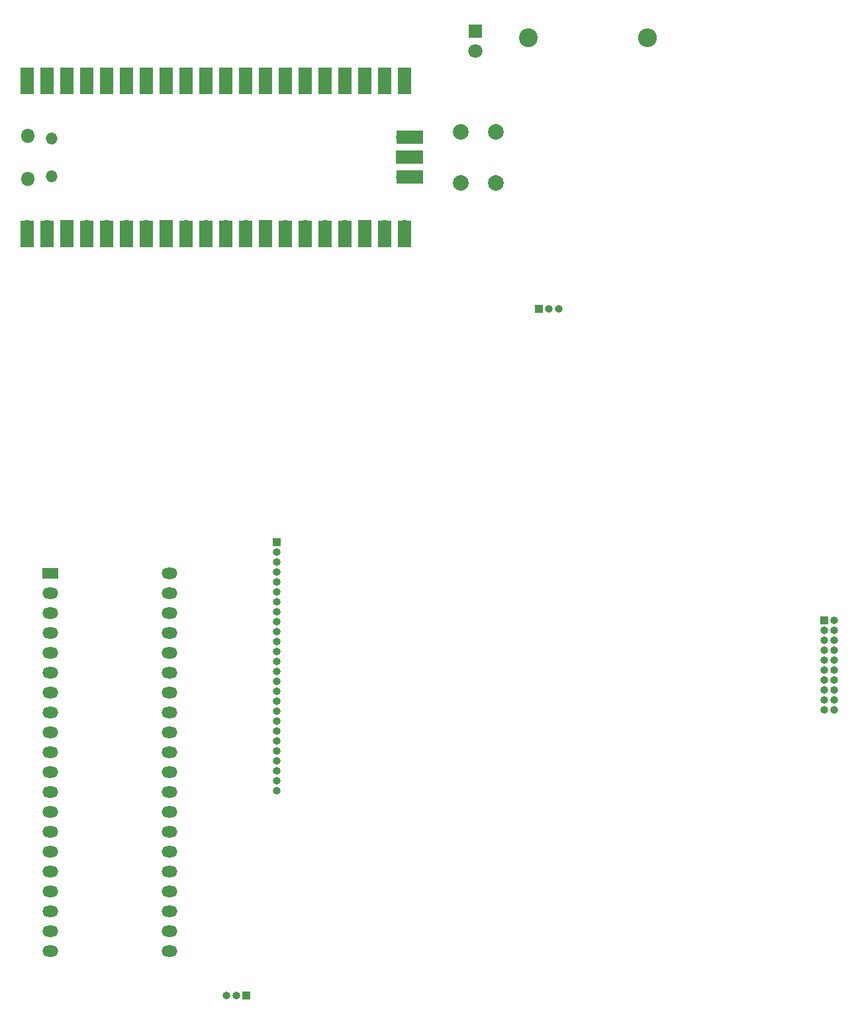
<source format=gbr>
%TF.GenerationSoftware,KiCad,Pcbnew,6.0.2+dfsg-1*%
%TF.CreationDate,2023-02-26T16:07:04-08:00*%
%TF.ProjectId,pico-devboard,7069636f-2d64-4657-9662-6f6172642e6b,rev?*%
%TF.SameCoordinates,Original*%
%TF.FileFunction,Soldermask,Top*%
%TF.FilePolarity,Negative*%
%FSLAX46Y46*%
G04 Gerber Fmt 4.6, Leading zero omitted, Abs format (unit mm)*
G04 Created by KiCad (PCBNEW 6.0.2+dfsg-1) date 2023-02-26 16:07:04*
%MOMM*%
%LPD*%
G01*
G04 APERTURE LIST*
%ADD10C,2.000000*%
%ADD11C,2.400000*%
%ADD12O,2.400000X2.400000*%
%ADD13O,1.000000X1.000000*%
%ADD14R,1.000000X1.000000*%
%ADD15R,1.800000X1.800000*%
%ADD16C,1.800000*%
%ADD17R,2.000000X1.440000*%
%ADD18O,2.000000X1.440000*%
%ADD19O,1.800000X1.800000*%
%ADD20O,1.500000X1.500000*%
%ADD21R,1.700000X3.500000*%
%ADD22O,1.700000X1.700000*%
%ADD23R,1.700000X1.700000*%
%ADD24R,3.500000X1.700000*%
G04 APERTURE END LIST*
D10*
%TO.C,SW1*%
X91730000Y-48450000D03*
X91730000Y-41950000D03*
X96230000Y-48450000D03*
X96230000Y-41950000D03*
%TD*%
D11*
%TO.C,R1*%
X100350000Y-29900000D03*
D12*
X115590000Y-29900000D03*
%TD*%
D13*
%TO.C,J3*%
X139445000Y-115805000D03*
X138175000Y-115805000D03*
X139445000Y-114535000D03*
X138175000Y-114535000D03*
X139445000Y-113265000D03*
X138175000Y-113265000D03*
X139445000Y-111995000D03*
X138175000Y-111995000D03*
X139445000Y-110725000D03*
X138175000Y-110725000D03*
X139445000Y-109455000D03*
X138175000Y-109455000D03*
X139445000Y-108185000D03*
X138175000Y-108185000D03*
X139445000Y-106915000D03*
X138175000Y-106915000D03*
X139445000Y-105645000D03*
X138175000Y-105645000D03*
X139445000Y-104375000D03*
D14*
X138175000Y-104375000D03*
%TD*%
D15*
%TO.C,D1*%
X93590000Y-29115000D03*
D16*
X93590000Y-31655000D03*
%TD*%
D14*
%TO.C,J5*%
X64270000Y-152300000D03*
D13*
X63000000Y-152300000D03*
X61730000Y-152300000D03*
%TD*%
D17*
%TO.C,J4*%
X39207500Y-98310000D03*
D18*
X39207500Y-100850000D03*
X39207500Y-103390000D03*
X39207500Y-105930000D03*
X39207500Y-108470000D03*
X39207500Y-111010000D03*
X39207500Y-113550000D03*
X39207500Y-116090000D03*
X39207500Y-118630000D03*
X39207500Y-121170000D03*
X39207500Y-123710000D03*
X39207500Y-126250000D03*
X39207500Y-128790000D03*
X39207500Y-131330000D03*
X39207500Y-133870000D03*
X39207500Y-136410000D03*
X39207500Y-138950000D03*
X39207500Y-141490000D03*
X39207500Y-144030000D03*
X39207500Y-146570000D03*
X54447500Y-146570000D03*
X54447500Y-144030000D03*
X54447500Y-141490000D03*
X54447500Y-138950000D03*
X54447500Y-136410000D03*
X54447500Y-133870000D03*
X54447500Y-131330000D03*
X54447500Y-128790000D03*
X54447500Y-126250000D03*
X54447500Y-123710000D03*
X54447500Y-121170000D03*
X54447500Y-118630000D03*
X54447500Y-116090000D03*
X54447500Y-113550000D03*
X54447500Y-111010000D03*
X54447500Y-108470000D03*
X54447500Y-105930000D03*
X54447500Y-103390000D03*
X54447500Y-100850000D03*
X54447500Y-98310000D03*
%TD*%
D14*
%TO.C,J2*%
X68200000Y-94325000D03*
D13*
X68200000Y-95595000D03*
X68200000Y-96865000D03*
X68200000Y-98135000D03*
X68200000Y-99405000D03*
X68200000Y-100675000D03*
X68200000Y-101945000D03*
X68200000Y-103215000D03*
X68200000Y-104485000D03*
X68200000Y-105755000D03*
X68200000Y-107025000D03*
X68200000Y-108295000D03*
X68200000Y-109565000D03*
X68200000Y-110835000D03*
X68200000Y-112105000D03*
X68200000Y-113375000D03*
X68200000Y-114645000D03*
X68200000Y-115915000D03*
X68200000Y-117185000D03*
X68200000Y-118455000D03*
X68200000Y-119725000D03*
X68200000Y-120995000D03*
X68200000Y-122265000D03*
X68200000Y-123535000D03*
X68200000Y-124805000D03*
X68200000Y-126075000D03*
%TD*%
%TO.C,J1*%
X104275000Y-64600000D03*
X103005000Y-64600000D03*
D14*
X101735000Y-64600000D03*
%TD*%
D19*
%TO.C,U1*%
X36400000Y-47925000D03*
D20*
X39430000Y-42775000D03*
D19*
X36400000Y-42475000D03*
D20*
X39430000Y-47625000D03*
D21*
X36270000Y-54990000D03*
D22*
X36270000Y-54090000D03*
X38810000Y-54090000D03*
D21*
X38810000Y-54990000D03*
X41350000Y-54990000D03*
D23*
X41350000Y-54090000D03*
D22*
X43890000Y-54090000D03*
D21*
X43890000Y-54990000D03*
D22*
X46430000Y-54090000D03*
D21*
X46430000Y-54990000D03*
X48970000Y-54990000D03*
D22*
X48970000Y-54090000D03*
D21*
X51510000Y-54990000D03*
D22*
X51510000Y-54090000D03*
D23*
X54050000Y-54090000D03*
D21*
X54050000Y-54990000D03*
D22*
X56590000Y-54090000D03*
D21*
X56590000Y-54990000D03*
X59130000Y-54990000D03*
D22*
X59130000Y-54090000D03*
X61670000Y-54090000D03*
D21*
X61670000Y-54990000D03*
D22*
X64210000Y-54090000D03*
D21*
X64210000Y-54990000D03*
X66750000Y-54990000D03*
D23*
X66750000Y-54090000D03*
D21*
X69290000Y-54990000D03*
D22*
X69290000Y-54090000D03*
D21*
X71830000Y-54990000D03*
D22*
X71830000Y-54090000D03*
D21*
X74370000Y-54990000D03*
D22*
X74370000Y-54090000D03*
D21*
X76910000Y-54990000D03*
D22*
X76910000Y-54090000D03*
D21*
X79450000Y-54990000D03*
D23*
X79450000Y-54090000D03*
D22*
X81990000Y-54090000D03*
D21*
X81990000Y-54990000D03*
X84530000Y-54990000D03*
D22*
X84530000Y-54090000D03*
D21*
X84530000Y-35410000D03*
D22*
X84530000Y-36310000D03*
X81990000Y-36310000D03*
D21*
X81990000Y-35410000D03*
X79450000Y-35410000D03*
D23*
X79450000Y-36310000D03*
D21*
X76910000Y-35410000D03*
D22*
X76910000Y-36310000D03*
D21*
X74370000Y-35410000D03*
D22*
X74370000Y-36310000D03*
D21*
X71830000Y-35410000D03*
D22*
X71830000Y-36310000D03*
X69290000Y-36310000D03*
D21*
X69290000Y-35410000D03*
D23*
X66750000Y-36310000D03*
D21*
X66750000Y-35410000D03*
X64210000Y-35410000D03*
D22*
X64210000Y-36310000D03*
D21*
X61670000Y-35410000D03*
D22*
X61670000Y-36310000D03*
X59130000Y-36310000D03*
D21*
X59130000Y-35410000D03*
D22*
X56590000Y-36310000D03*
D21*
X56590000Y-35410000D03*
D23*
X54050000Y-36310000D03*
D21*
X54050000Y-35410000D03*
X51510000Y-35410000D03*
D22*
X51510000Y-36310000D03*
D21*
X48970000Y-35410000D03*
D22*
X48970000Y-36310000D03*
D21*
X46430000Y-35410000D03*
D22*
X46430000Y-36310000D03*
D21*
X43890000Y-35410000D03*
D22*
X43890000Y-36310000D03*
D23*
X41350000Y-36310000D03*
D21*
X41350000Y-35410000D03*
X38810000Y-35410000D03*
D22*
X38810000Y-36310000D03*
X36270000Y-36310000D03*
D21*
X36270000Y-35410000D03*
D24*
X85200000Y-47740000D03*
D22*
X84300000Y-47740000D03*
D24*
X85200000Y-45200000D03*
D23*
X84300000Y-45200000D03*
D24*
X85200000Y-42660000D03*
D22*
X84300000Y-42660000D03*
%TD*%
M02*

</source>
